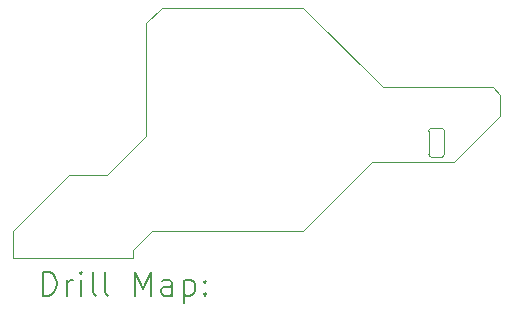
<source format=gbr>
%TF.GenerationSoftware,KiCad,Pcbnew,8.99.0-unknown-0a89236f19~177~ubuntu22.04.1*%
%TF.CreationDate,2024-04-01T21:40:29+10:00*%
%TF.ProjectId,MXBreakout,4d584272-6561-46b6-9f75-742e6b696361,rev?*%
%TF.SameCoordinates,Original*%
%TF.FileFunction,Drillmap*%
%TF.FilePolarity,Positive*%
%FSLAX45Y45*%
G04 Gerber Fmt 4.5, Leading zero omitted, Abs format (unit mm)*
G04 Created by KiCad (PCBNEW 8.99.0-unknown-0a89236f19~177~ubuntu22.04.1) date 2024-04-01 21:40:29*
%MOMM*%
%LPD*%
G01*
G04 APERTURE LIST*
%ADD10C,0.100000*%
%ADD11C,0.200000*%
G04 APERTURE END LIST*
D10*
X6985000Y-4392500D02*
X5785000Y-4392500D01*
X5655000Y-5472500D02*
X5325000Y-5802500D01*
X8045000Y-5435000D02*
G75*
G02*
X8070000Y-5410000I25000J0D01*
G01*
X8070000Y-5655000D02*
G75*
G02*
X8045000Y-5630000I0J25000D01*
G01*
X8045000Y-5630000D02*
X8045000Y-5435000D01*
X8155000Y-5410000D02*
G75*
G02*
X8180000Y-5435000I0J-25000D01*
G01*
X8260000Y-5692500D02*
X7565000Y-5692500D01*
X8647508Y-5124992D02*
X8587508Y-5064992D01*
X5785000Y-4392500D02*
X5655000Y-4522500D01*
X5540000Y-6510000D02*
X5540000Y-6437500D01*
X8647508Y-5304992D02*
X8647508Y-5124992D01*
X8180000Y-5630000D02*
G75*
G02*
X8155000Y-5655000I-25000J0D01*
G01*
X6980000Y-6277500D02*
X7565000Y-5692500D01*
X5540000Y-6437500D02*
X5700000Y-6277500D01*
X4525000Y-6277500D02*
X4525000Y-6510000D01*
X8155000Y-5655000D02*
X8070000Y-5655000D01*
X8260000Y-5692500D02*
X8647508Y-5304992D01*
X5325000Y-5802500D02*
X5000000Y-5802500D01*
X4525000Y-6277500D02*
X5000000Y-5802500D01*
X6985000Y-4392500D02*
X7657500Y-5065000D01*
X8587508Y-5064992D02*
X7657500Y-5065000D01*
X5540000Y-6510000D02*
X4525000Y-6510000D01*
X8180000Y-5435000D02*
X8180000Y-5630000D01*
X8070000Y-5410000D02*
X8155000Y-5410000D01*
X6980000Y-6277500D02*
X5700000Y-6277500D01*
X5655000Y-4522500D02*
X5655000Y-5472500D01*
D11*
X4780777Y-6826484D02*
X4780777Y-6626484D01*
X4780777Y-6626484D02*
X4828396Y-6626484D01*
X4828396Y-6626484D02*
X4856967Y-6636008D01*
X4856967Y-6636008D02*
X4876015Y-6655055D01*
X4876015Y-6655055D02*
X4885539Y-6674103D01*
X4885539Y-6674103D02*
X4895063Y-6712198D01*
X4895063Y-6712198D02*
X4895063Y-6740769D01*
X4895063Y-6740769D02*
X4885539Y-6778865D01*
X4885539Y-6778865D02*
X4876015Y-6797912D01*
X4876015Y-6797912D02*
X4856967Y-6816960D01*
X4856967Y-6816960D02*
X4828396Y-6826484D01*
X4828396Y-6826484D02*
X4780777Y-6826484D01*
X4980777Y-6826484D02*
X4980777Y-6693150D01*
X4980777Y-6731246D02*
X4990301Y-6712198D01*
X4990301Y-6712198D02*
X4999824Y-6702674D01*
X4999824Y-6702674D02*
X5018872Y-6693150D01*
X5018872Y-6693150D02*
X5037920Y-6693150D01*
X5104586Y-6826484D02*
X5104586Y-6693150D01*
X5104586Y-6626484D02*
X5095063Y-6636008D01*
X5095063Y-6636008D02*
X5104586Y-6645531D01*
X5104586Y-6645531D02*
X5114110Y-6636008D01*
X5114110Y-6636008D02*
X5104586Y-6626484D01*
X5104586Y-6626484D02*
X5104586Y-6645531D01*
X5228396Y-6826484D02*
X5209348Y-6816960D01*
X5209348Y-6816960D02*
X5199824Y-6797912D01*
X5199824Y-6797912D02*
X5199824Y-6626484D01*
X5333158Y-6826484D02*
X5314110Y-6816960D01*
X5314110Y-6816960D02*
X5304586Y-6797912D01*
X5304586Y-6797912D02*
X5304586Y-6626484D01*
X5561729Y-6826484D02*
X5561729Y-6626484D01*
X5561729Y-6626484D02*
X5628396Y-6769341D01*
X5628396Y-6769341D02*
X5695062Y-6626484D01*
X5695062Y-6626484D02*
X5695062Y-6826484D01*
X5876015Y-6826484D02*
X5876015Y-6721722D01*
X5876015Y-6721722D02*
X5866491Y-6702674D01*
X5866491Y-6702674D02*
X5847443Y-6693150D01*
X5847443Y-6693150D02*
X5809348Y-6693150D01*
X5809348Y-6693150D02*
X5790301Y-6702674D01*
X5876015Y-6816960D02*
X5856967Y-6826484D01*
X5856967Y-6826484D02*
X5809348Y-6826484D01*
X5809348Y-6826484D02*
X5790301Y-6816960D01*
X5790301Y-6816960D02*
X5780777Y-6797912D01*
X5780777Y-6797912D02*
X5780777Y-6778865D01*
X5780777Y-6778865D02*
X5790301Y-6759817D01*
X5790301Y-6759817D02*
X5809348Y-6750293D01*
X5809348Y-6750293D02*
X5856967Y-6750293D01*
X5856967Y-6750293D02*
X5876015Y-6740769D01*
X5971253Y-6693150D02*
X5971253Y-6893150D01*
X5971253Y-6702674D02*
X5990301Y-6693150D01*
X5990301Y-6693150D02*
X6028396Y-6693150D01*
X6028396Y-6693150D02*
X6047443Y-6702674D01*
X6047443Y-6702674D02*
X6056967Y-6712198D01*
X6056967Y-6712198D02*
X6066491Y-6731246D01*
X6066491Y-6731246D02*
X6066491Y-6788388D01*
X6066491Y-6788388D02*
X6056967Y-6807436D01*
X6056967Y-6807436D02*
X6047443Y-6816960D01*
X6047443Y-6816960D02*
X6028396Y-6826484D01*
X6028396Y-6826484D02*
X5990301Y-6826484D01*
X5990301Y-6826484D02*
X5971253Y-6816960D01*
X6152205Y-6807436D02*
X6161729Y-6816960D01*
X6161729Y-6816960D02*
X6152205Y-6826484D01*
X6152205Y-6826484D02*
X6142682Y-6816960D01*
X6142682Y-6816960D02*
X6152205Y-6807436D01*
X6152205Y-6807436D02*
X6152205Y-6826484D01*
X6152205Y-6702674D02*
X6161729Y-6712198D01*
X6161729Y-6712198D02*
X6152205Y-6721722D01*
X6152205Y-6721722D02*
X6142682Y-6712198D01*
X6142682Y-6712198D02*
X6152205Y-6702674D01*
X6152205Y-6702674D02*
X6152205Y-6721722D01*
M02*

</source>
